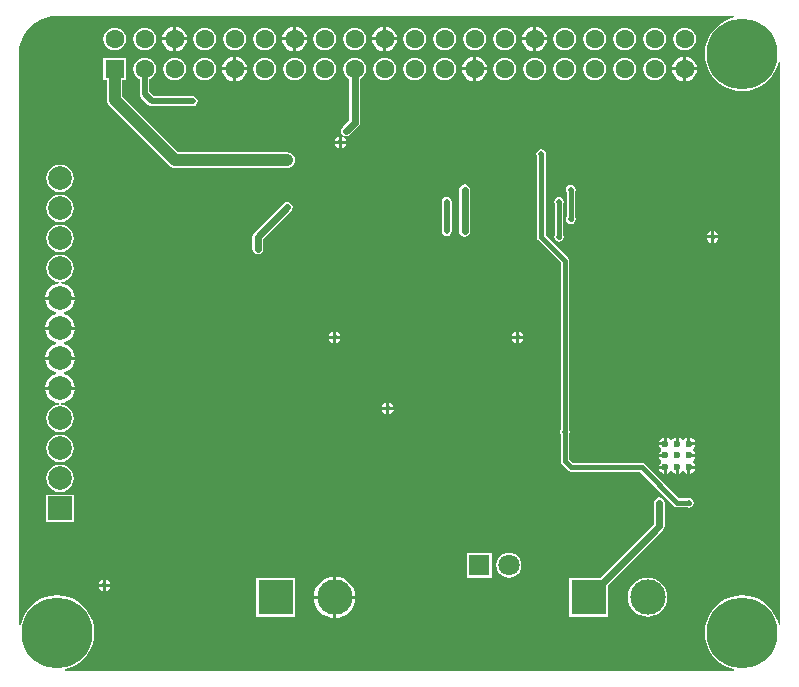
<source format=gbl>
G04*
G04 #@! TF.GenerationSoftware,Altium Limited,CircuitStudio,1.5.2 (30)*
G04*
G04 Layer_Physical_Order=2*
G04 Layer_Color=12500520*
%FSLAX25Y25*%
%MOIN*%
G70*
G01*
G75*
%ADD24C,0.02362*%
%ADD25C,0.01575*%
%ADD28C,0.02000*%
%ADD31C,0.02362*%
%ADD32C,0.11811*%
%ADD33R,0.11811X0.11811*%
%ADD34C,0.07874*%
%ADD35R,0.07874X0.07874*%
%ADD36C,0.23622*%
%ADD37C,0.06299*%
%ADD38R,0.06299X0.06299*%
%ADD39R,0.07087X0.07087*%
%ADD40C,0.07087*%
%ADD41C,0.01969*%
%ADD42C,0.04000*%
G36*
X557603Y787851D02*
X556279Y787533D01*
X554474Y786785D01*
X552808Y785765D01*
X551323Y784496D01*
X550054Y783010D01*
X549033Y781345D01*
X548286Y779540D01*
X547830Y777640D01*
X547677Y775693D01*
X547830Y773745D01*
X548286Y771846D01*
X549033Y770041D01*
X550054Y768375D01*
X551323Y766890D01*
X552808Y765621D01*
X554474Y764600D01*
X556279Y763853D01*
X558179Y763397D01*
X560126Y763243D01*
X562074Y763397D01*
X563973Y763853D01*
X565778Y764600D01*
X567444Y765621D01*
X568929Y766890D01*
X570198Y768375D01*
X571218Y770041D01*
X571966Y771846D01*
X572284Y773170D01*
X572784Y773111D01*
Y585362D01*
X572284Y585302D01*
X571966Y586627D01*
X571218Y588431D01*
X570198Y590097D01*
X568929Y591583D01*
X567444Y592851D01*
X565778Y593872D01*
X563973Y594620D01*
X562074Y595076D01*
X560126Y595229D01*
X558179Y595076D01*
X556279Y594620D01*
X554474Y593872D01*
X552808Y592851D01*
X551323Y591583D01*
X550054Y590097D01*
X549033Y588431D01*
X548286Y586627D01*
X547830Y584727D01*
X547677Y582780D01*
X547830Y580832D01*
X548286Y578932D01*
X549033Y577128D01*
X550054Y575462D01*
X551323Y573977D01*
X552808Y572708D01*
X554474Y571687D01*
X556279Y570939D01*
X557603Y570622D01*
X557544Y570122D01*
X334362D01*
X334302Y570622D01*
X335627Y570939D01*
X337431Y571687D01*
X339097Y572708D01*
X340583Y573977D01*
X341851Y575462D01*
X342872Y577128D01*
X343620Y578932D01*
X344076Y580832D01*
X344229Y582780D01*
X344076Y584727D01*
X343620Y586627D01*
X342872Y588431D01*
X341851Y590097D01*
X340583Y591583D01*
X339097Y592851D01*
X337431Y593872D01*
X335627Y594620D01*
X333727Y595076D01*
X331780Y595229D01*
X329832Y595076D01*
X327933Y594620D01*
X326128Y593872D01*
X324462Y592851D01*
X322976Y591583D01*
X321708Y590097D01*
X320687Y588431D01*
X319939Y586627D01*
X319621Y585302D01*
X319122Y585362D01*
Y775693D01*
X319114Y775731D01*
X319267Y777675D01*
X319731Y779608D01*
X320492Y781444D01*
X321530Y783139D01*
X322821Y784651D01*
X324333Y785942D01*
X326028Y786981D01*
X327865Y787741D01*
X329798Y788205D01*
X331291Y788323D01*
X331780Y788351D01*
Y788351D01*
X331780Y788351D01*
X557544D01*
X557603Y787851D01*
D02*
G37*
%LPC*%
G36*
X332764Y708812D02*
X331579Y708657D01*
X330476Y708199D01*
X329528Y707472D01*
X328801Y706524D01*
X328344Y705421D01*
X328188Y704236D01*
X328344Y703052D01*
X328801Y701948D01*
X329528Y701000D01*
X330476Y700273D01*
X331579Y699816D01*
X332494Y699696D01*
Y699695D01*
X332536Y699215D01*
Y699198D01*
Y699190D01*
Y699186D01*
Y699186D01*
X332494Y699180D01*
X332494D01*
X331475Y699046D01*
X330274Y698549D01*
X329243Y697757D01*
X328451Y696726D01*
X327954Y695525D01*
X327850Y694736D01*
X332764D01*
X337678D01*
X337574Y695525D01*
X337076Y696726D01*
X336285Y697757D01*
X335254Y698549D01*
X334053Y699046D01*
X333033Y699180D01*
X333033D01*
X332992Y699186D01*
Y699186D01*
Y699190D01*
Y699198D01*
Y699215D01*
X333033Y699695D01*
X333033D01*
X333033Y699696D01*
X333948Y699816D01*
X335052Y700273D01*
X336000Y701000D01*
X336727Y701948D01*
X337184Y703052D01*
X337340Y704236D01*
X337184Y705421D01*
X336727Y706524D01*
X336000Y707472D01*
X335052Y708199D01*
X333948Y708657D01*
X332764Y708812D01*
D02*
G37*
G36*
X337678Y693736D02*
X332764D01*
X327850D01*
X327954Y692947D01*
X328451Y691746D01*
X329243Y690715D01*
X330274Y689924D01*
X331280Y689507D01*
Y688966D01*
X330274Y688549D01*
X329243Y687757D01*
X328451Y686726D01*
X327954Y685525D01*
X327850Y684736D01*
X332764D01*
X337678D01*
X337574Y685525D01*
X337076Y686726D01*
X336285Y687757D01*
X335254Y688549D01*
X334247Y688966D01*
Y689507D01*
X335254Y689924D01*
X336285Y690715D01*
X337076Y691746D01*
X337574Y692947D01*
X337678Y693736D01*
D02*
G37*
G36*
X485823Y683128D02*
Y681705D01*
X487247D01*
X487192Y681979D01*
X486753Y682635D01*
X486097Y683074D01*
X485823Y683128D01*
D02*
G37*
G36*
X408551Y726328D02*
X407856Y726190D01*
X407267Y725796D01*
X397425Y715953D01*
X397031Y715364D01*
X396893Y714669D01*
Y710732D01*
X397031Y710037D01*
X397425Y709448D01*
X398014Y709055D01*
X398709Y708916D01*
X399404Y709055D01*
X399993Y709448D01*
X400386Y710037D01*
X400525Y710732D01*
Y713917D01*
X409835Y723228D01*
X410229Y723817D01*
X410367Y724512D01*
X410229Y725207D01*
X409835Y725796D01*
X409246Y726190D01*
X408551Y726328D01*
D02*
G37*
G36*
X552207Y714169D02*
X550783D01*
Y712746D01*
X551058Y712800D01*
X551714Y713239D01*
X552153Y713895D01*
X552207Y714169D01*
D02*
G37*
G36*
X549784D02*
X548360D01*
X548414Y713895D01*
X548853Y713239D01*
X549509Y712800D01*
X549784Y712746D01*
Y714169D01*
D02*
G37*
G36*
X332764Y718812D02*
X331579Y718656D01*
X330476Y718199D01*
X329528Y717472D01*
X328801Y716524D01*
X328344Y715421D01*
X328188Y714236D01*
X328344Y713052D01*
X328801Y711948D01*
X329528Y711000D01*
X330476Y710273D01*
X331579Y709816D01*
X332764Y709660D01*
X333948Y709816D01*
X335052Y710273D01*
X336000Y711000D01*
X336727Y711948D01*
X337184Y713052D01*
X337340Y714236D01*
X337184Y715421D01*
X336727Y716524D01*
X336000Y717472D01*
X335052Y718199D01*
X333948Y718656D01*
X332764Y718812D01*
D02*
G37*
G36*
X484823Y680705D02*
X483399D01*
X483454Y680431D01*
X483892Y679774D01*
X484549Y679336D01*
X484823Y679281D01*
Y680705D01*
D02*
G37*
G36*
X426223D02*
X424799D01*
Y679281D01*
X425073Y679336D01*
X425730Y679774D01*
X426168Y680431D01*
X426223Y680705D01*
D02*
G37*
G36*
X423799D02*
X422376D01*
X422430Y680431D01*
X422869Y679774D01*
X423525Y679336D01*
X423799Y679281D01*
Y680705D01*
D02*
G37*
G36*
X487247D02*
X485823D01*
Y679281D01*
X486097Y679336D01*
X486753Y679774D01*
X487192Y680431D01*
X487247Y680705D01*
D02*
G37*
G36*
X484823Y683128D02*
X484549Y683074D01*
X483892Y682635D01*
X483454Y681979D01*
X483399Y681705D01*
X484823D01*
Y683128D01*
D02*
G37*
G36*
X424799D02*
Y681705D01*
X426223D01*
X426168Y681979D01*
X425730Y682635D01*
X425073Y683074D01*
X424799Y683128D01*
D02*
G37*
G36*
X423799D02*
X423525Y683074D01*
X422869Y682635D01*
X422430Y681979D01*
X422376Y681705D01*
X423799D01*
Y683128D01*
D02*
G37*
G36*
X425768Y745665D02*
X424344D01*
X424399Y745391D01*
X424837Y744735D01*
X425493Y744296D01*
X425768Y744242D01*
Y745665D01*
D02*
G37*
G36*
X354702Y774442D02*
X347203D01*
Y766943D01*
X348330D01*
Y760457D01*
X348330Y760457D01*
X348420Y759778D01*
X348682Y759145D01*
X349098Y758602D01*
X369295Y738406D01*
X369295Y738406D01*
X369838Y737989D01*
X370471Y737727D01*
X371150Y737637D01*
X371150Y737637D01*
X408551D01*
X409230Y737727D01*
X409862Y737989D01*
X410405Y738406D01*
X410822Y738949D01*
X411084Y739581D01*
X411174Y740260D01*
X411084Y740939D01*
X410822Y741571D01*
X410405Y742114D01*
X409862Y742531D01*
X409230Y742793D01*
X408551Y742882D01*
X372236D01*
X353575Y761543D01*
Y766943D01*
X354702D01*
Y774442D01*
D02*
G37*
G36*
X332764Y738812D02*
X331579Y738657D01*
X330476Y738199D01*
X329528Y737472D01*
X328801Y736524D01*
X328344Y735421D01*
X328188Y734236D01*
X328344Y733052D01*
X328801Y731948D01*
X329528Y731000D01*
X330476Y730273D01*
X331579Y729816D01*
X332764Y729660D01*
X333948Y729816D01*
X335052Y730273D01*
X336000Y731000D01*
X336727Y731948D01*
X337184Y733052D01*
X337340Y734236D01*
X337184Y735421D01*
X336727Y736524D01*
X336000Y737472D01*
X335052Y738199D01*
X333948Y738657D01*
X332764Y738812D01*
D02*
G37*
G36*
X428191Y745665D02*
X426768D01*
Y744242D01*
X427042Y744296D01*
X427698Y744735D01*
X428137Y745391D01*
X428191Y745665D01*
D02*
G37*
G36*
X430953Y774475D02*
X429974Y774346D01*
X429062Y773968D01*
X428278Y773367D01*
X427677Y772584D01*
X427300Y771672D01*
X427171Y770693D01*
X427300Y769714D01*
X427677Y768802D01*
X428278Y768019D01*
X429062Y767418D01*
X429137Y767387D01*
Y753571D01*
X426952Y751386D01*
X426558Y750797D01*
X426420Y750102D01*
X426558Y749407D01*
X426952Y748818D01*
X427541Y748425D01*
X428236Y748286D01*
X428931Y748425D01*
X429520Y748818D01*
X432237Y751535D01*
X432630Y752124D01*
X432769Y752819D01*
Y767387D01*
X432844Y767418D01*
X433627Y768019D01*
X434228Y768802D01*
X434606Y769714D01*
X434735Y770693D01*
X434606Y771672D01*
X434228Y772584D01*
X433627Y773367D01*
X432844Y773968D01*
X431932Y774346D01*
X430953Y774475D01*
D02*
G37*
G36*
X426768Y748089D02*
Y746665D01*
X428191D01*
X428137Y746940D01*
X427698Y747596D01*
X427042Y748034D01*
X426768Y748089D01*
D02*
G37*
G36*
X425768D02*
X425493Y748034D01*
X424837Y747596D01*
X424399Y746940D01*
X424344Y746665D01*
X425768D01*
Y748089D01*
D02*
G37*
G36*
X461701Y728112D02*
X461076Y727987D01*
X460547Y727634D01*
X460194Y727105D01*
X460069Y726480D01*
Y716638D01*
X460194Y716013D01*
X460547Y715484D01*
X461076Y715131D01*
X461701Y715006D01*
X462325Y715131D01*
X462854Y715484D01*
X463208Y716013D01*
X463332Y716638D01*
Y726480D01*
X463208Y727105D01*
X462854Y727634D01*
X462325Y727987D01*
X461701Y728112D01*
D02*
G37*
G36*
X467606Y732233D02*
X466911Y732095D01*
X466322Y731701D01*
X465929Y731112D01*
X465790Y730417D01*
Y716638D01*
X465929Y715943D01*
X466322Y715354D01*
X466911Y714960D01*
X467606Y714822D01*
X468301Y714960D01*
X468890Y715354D01*
X469284Y715943D01*
X469422Y716638D01*
Y730417D01*
X469284Y731112D01*
X468890Y731701D01*
X468301Y732095D01*
X467606Y732233D01*
D02*
G37*
G36*
X499102Y728096D02*
X498484Y727973D01*
X497960Y727623D01*
X497610Y727098D01*
X497487Y726480D01*
X497610Y725862D01*
X497688Y725746D01*
Y715404D01*
X497610Y715287D01*
X497487Y714669D01*
X497610Y714051D01*
X497960Y713527D01*
X498484Y713177D01*
X499102Y713054D01*
X499720Y713177D01*
X500245Y713527D01*
X500595Y714051D01*
X500718Y714669D01*
X500595Y715287D01*
X500517Y715404D01*
Y725746D01*
X500595Y725862D01*
X500718Y726480D01*
X500595Y727098D01*
X500245Y727623D01*
X499720Y727973D01*
X499102Y728096D01*
D02*
G37*
G36*
X549784Y716593D02*
X549509Y716538D01*
X548853Y716100D01*
X548414Y715444D01*
X548360Y715169D01*
X549784D01*
Y716593D01*
D02*
G37*
G36*
X332764Y728812D02*
X331579Y728656D01*
X330476Y728199D01*
X329528Y727472D01*
X328801Y726524D01*
X328344Y725421D01*
X328188Y724236D01*
X328344Y723052D01*
X328801Y721948D01*
X329528Y721000D01*
X330476Y720273D01*
X331579Y719816D01*
X332764Y719660D01*
X333948Y719816D01*
X335052Y720273D01*
X336000Y721000D01*
X336727Y721948D01*
X337184Y723052D01*
X337340Y724236D01*
X337184Y725421D01*
X336727Y726524D01*
X336000Y727472D01*
X335052Y728199D01*
X333948Y728656D01*
X332764Y728812D01*
D02*
G37*
G36*
X503039Y732033D02*
X502421Y731910D01*
X501897Y731560D01*
X501547Y731036D01*
X501424Y730417D01*
X501547Y729799D01*
X501625Y729683D01*
Y721309D01*
X501547Y721193D01*
X501424Y720575D01*
X501547Y719957D01*
X501897Y719433D01*
X502421Y719082D01*
X503039Y718960D01*
X503657Y719082D01*
X504181Y719433D01*
X504532Y719957D01*
X504655Y720575D01*
X504532Y721193D01*
X504454Y721309D01*
Y729683D01*
X504532Y729799D01*
X504655Y730417D01*
X504532Y731036D01*
X504181Y731560D01*
X503657Y731910D01*
X503039Y732033D01*
D02*
G37*
G36*
X550783Y716593D02*
Y715169D01*
X552207D01*
X552153Y715444D01*
X551714Y716100D01*
X551058Y716538D01*
X550783Y716593D01*
D02*
G37*
G36*
X337678Y683736D02*
X332764D01*
X327850D01*
X327954Y682947D01*
X328451Y681746D01*
X329243Y680715D01*
X330274Y679924D01*
X331280Y679507D01*
Y678966D01*
X330274Y678549D01*
X329243Y677757D01*
X328451Y676726D01*
X327954Y675525D01*
X327850Y674736D01*
X332764D01*
X337678D01*
X337574Y675525D01*
X337076Y676726D01*
X336285Y677757D01*
X335254Y678549D01*
X334247Y678966D01*
Y679507D01*
X335254Y679924D01*
X336285Y680715D01*
X337076Y681746D01*
X337574Y682947D01*
X337678Y683736D01*
D02*
G37*
G36*
X347028Y600451D02*
X346753Y600397D01*
X346097Y599958D01*
X345658Y599302D01*
X345604Y599028D01*
X347028D01*
Y600451D01*
D02*
G37*
G36*
X349451Y598028D02*
X348028D01*
Y596604D01*
X348302Y596658D01*
X348958Y597097D01*
X349397Y597753D01*
X349451Y598028D01*
D02*
G37*
G36*
X347028D02*
X345604D01*
X345658Y597753D01*
X346097Y597097D01*
X346753Y596658D01*
X347028Y596604D01*
Y598028D01*
D02*
G37*
G36*
X348028Y600451D02*
Y599028D01*
X349451D01*
X349397Y599302D01*
X348958Y599958D01*
X348302Y600397D01*
X348028Y600451D01*
D02*
G37*
G36*
X337301Y628773D02*
X328227D01*
Y619699D01*
X337301D01*
Y628773D01*
D02*
G37*
G36*
X476671Y609364D02*
X468384D01*
Y601077D01*
X476671D01*
Y609364D01*
D02*
G37*
G36*
X482370Y609400D02*
X481288Y609257D01*
X480281Y608840D01*
X479415Y608176D01*
X478751Y607310D01*
X478333Y606302D01*
X478191Y605221D01*
X478333Y604139D01*
X478751Y603131D01*
X479415Y602265D01*
X480281Y601601D01*
X481288Y601184D01*
X482370Y601041D01*
X483452Y601184D01*
X484460Y601601D01*
X485325Y602265D01*
X485989Y603131D01*
X486407Y604139D01*
X486549Y605221D01*
X486407Y606302D01*
X485989Y607310D01*
X485325Y608176D01*
X484460Y608840D01*
X483452Y609257D01*
X482370Y609400D01*
D02*
G37*
G36*
X528630Y601127D02*
X527355Y601002D01*
X526128Y600630D01*
X524998Y600026D01*
X524008Y599213D01*
X523195Y598222D01*
X522590Y597092D01*
X522219Y595866D01*
X522093Y594591D01*
X522219Y593315D01*
X522590Y592089D01*
X523195Y590959D01*
X524008Y589968D01*
X524998Y589155D01*
X526128Y588551D01*
X527355Y588179D01*
X528630Y588054D01*
X529905Y588179D01*
X531132Y588551D01*
X532262Y589155D01*
X533252Y589968D01*
X534065Y590959D01*
X534669Y592089D01*
X535041Y593315D01*
X535167Y594591D01*
X535041Y595866D01*
X534669Y597092D01*
X534065Y598222D01*
X533252Y599213D01*
X532262Y600026D01*
X531132Y600630D01*
X529905Y601002D01*
X528630Y601127D01*
D02*
G37*
G36*
X431189Y594091D02*
X424799D01*
Y587701D01*
X425653Y587785D01*
X426955Y588180D01*
X428154Y588821D01*
X429206Y589684D01*
X430069Y590735D01*
X430710Y591935D01*
X431105Y593237D01*
X431189Y594091D01*
D02*
G37*
G36*
X423799D02*
X417410D01*
X417494Y593237D01*
X417888Y591935D01*
X418530Y590735D01*
X419393Y589684D01*
X420444Y588821D01*
X421644Y588180D01*
X422945Y587785D01*
X423799Y587701D01*
Y594091D01*
D02*
G37*
G36*
X411120Y601096D02*
X398109D01*
Y588085D01*
X411120D01*
Y601096D01*
D02*
G37*
G36*
X424799Y601480D02*
Y595090D01*
X431189D01*
X431105Y595944D01*
X430710Y597246D01*
X430069Y598446D01*
X429206Y599497D01*
X428154Y600360D01*
X426955Y601001D01*
X425653Y601396D01*
X424799Y601480D01*
D02*
G37*
G36*
X423799D02*
X422945Y601396D01*
X421644Y601001D01*
X420444Y600360D01*
X419393Y599497D01*
X418530Y598446D01*
X417888Y597246D01*
X417494Y595944D01*
X417410Y595090D01*
X423799D01*
Y601480D01*
D02*
G37*
G36*
X532567Y627903D02*
X531872Y627764D01*
X531283Y627371D01*
X530889Y626782D01*
X530751Y626087D01*
Y618965D01*
X512882Y601096D01*
X502439D01*
Y588085D01*
X515450D01*
Y598528D01*
X533851Y616928D01*
X534245Y617518D01*
X534383Y618213D01*
Y626087D01*
X534245Y626782D01*
X533851Y627371D01*
X533262Y627764D01*
X532567Y627903D01*
D02*
G37*
G36*
X443939Y657083D02*
X442516D01*
Y655659D01*
X442790Y655714D01*
X443446Y656152D01*
X443885Y656809D01*
X443939Y657083D01*
D02*
G37*
G36*
X441516D02*
X440092D01*
X440147Y656809D01*
X440585Y656152D01*
X441242Y655714D01*
X441516Y655659D01*
Y657083D01*
D02*
G37*
G36*
X541910Y647896D02*
X541558Y647826D01*
X540837Y647344D01*
X540691Y647126D01*
X540191D01*
X540045Y647344D01*
X539324Y647826D01*
X538972Y647896D01*
Y645772D01*
X537972D01*
Y647896D01*
X537621Y647826D01*
X536900Y647344D01*
X536754Y647126D01*
X536254D01*
X536108Y647344D01*
X535386Y647826D01*
X535035Y647896D01*
Y645772D01*
X534535D01*
Y645272D01*
X532411D01*
X532481Y644921D01*
X532963Y644199D01*
X533181Y644053D01*
Y643553D01*
X532963Y643407D01*
X532481Y642686D01*
X532411Y642335D01*
X534535D01*
Y641335D01*
X532411D01*
X532481Y640984D01*
X532963Y640262D01*
X533181Y640116D01*
Y639616D01*
X532963Y639470D01*
X532481Y638749D01*
X532411Y638398D01*
X534535D01*
Y637898D01*
X535035D01*
Y635773D01*
X535386Y635843D01*
X536108Y636325D01*
X536254Y636544D01*
X536754D01*
X536900Y636325D01*
X537621Y635843D01*
X537972Y635773D01*
Y637898D01*
X538972D01*
Y635773D01*
X539324Y635843D01*
X540045Y636325D01*
X540191Y636544D01*
X540691D01*
X540837Y636325D01*
X541558Y635843D01*
X541910Y635773D01*
Y637898D01*
X542410D01*
Y638398D01*
X544534D01*
X544464Y638749D01*
X543982Y639470D01*
X543763Y639616D01*
Y640116D01*
X543982Y640262D01*
X544464Y640984D01*
X544534Y641335D01*
X542410D01*
Y642335D01*
X544534D01*
X544464Y642686D01*
X543982Y643407D01*
X543763Y643553D01*
Y644053D01*
X543982Y644199D01*
X544464Y644921D01*
X544534Y645272D01*
X542410D01*
Y645772D01*
X541910D01*
Y647896D01*
D02*
G37*
G36*
X441516Y659506D02*
X441242Y659452D01*
X440585Y659013D01*
X440147Y658357D01*
X440092Y658083D01*
X441516D01*
Y659506D01*
D02*
G37*
G36*
X337678Y673736D02*
X332764D01*
X327850D01*
X327954Y672947D01*
X328451Y671746D01*
X329243Y670715D01*
X330274Y669924D01*
X331280Y669507D01*
Y668966D01*
X330274Y668549D01*
X329243Y667757D01*
X328451Y666726D01*
X327954Y665525D01*
X327850Y664736D01*
X332764D01*
X337678D01*
X337574Y665525D01*
X337076Y666726D01*
X336285Y667757D01*
X335254Y668549D01*
X334247Y668966D01*
Y669507D01*
X335254Y669924D01*
X336285Y670715D01*
X337076Y671746D01*
X337574Y672947D01*
X337678Y673736D01*
D02*
G37*
G36*
Y663736D02*
X332764D01*
X327850D01*
X327954Y662947D01*
X328451Y661746D01*
X329243Y660715D01*
X330274Y659924D01*
X331475Y659426D01*
X332494Y659292D01*
Y659292D01*
X332536Y658811D01*
Y658795D01*
Y658787D01*
Y658783D01*
Y658782D01*
X332494Y658777D01*
X332494D01*
X331579Y658657D01*
X330476Y658199D01*
X329528Y657472D01*
X328801Y656524D01*
X328344Y655421D01*
X328188Y654236D01*
X328344Y653052D01*
X328801Y651948D01*
X329528Y651000D01*
X330476Y650273D01*
X331579Y649816D01*
X332764Y649660D01*
X333948Y649816D01*
X335052Y650273D01*
X336000Y651000D01*
X336727Y651948D01*
X337184Y653052D01*
X337340Y654236D01*
X337184Y655421D01*
X336727Y656524D01*
X336000Y657472D01*
X335052Y658199D01*
X333948Y658657D01*
X333033Y658777D01*
X333033D01*
X332992Y658782D01*
Y658783D01*
Y658787D01*
Y658795D01*
Y658811D01*
X333033Y659292D01*
X333033D01*
X333033Y659292D01*
X334053Y659426D01*
X335254Y659924D01*
X336285Y660715D01*
X337076Y661746D01*
X337574Y662947D01*
X337678Y663736D01*
D02*
G37*
G36*
X442516Y659506D02*
Y658083D01*
X443939D01*
X443885Y658357D01*
X443446Y659013D01*
X442790Y659452D01*
X442516Y659506D01*
D02*
G37*
G36*
X534035Y637398D02*
X532411D01*
X532481Y637047D01*
X532963Y636325D01*
X533684Y635843D01*
X534035Y635773D01*
Y637398D01*
D02*
G37*
G36*
X332764Y638812D02*
X331579Y638657D01*
X330476Y638199D01*
X329528Y637472D01*
X328801Y636524D01*
X328344Y635421D01*
X328188Y634236D01*
X328344Y633052D01*
X328801Y631948D01*
X329528Y631000D01*
X330476Y630273D01*
X331579Y629816D01*
X332764Y629660D01*
X333948Y629816D01*
X335052Y630273D01*
X336000Y631000D01*
X336727Y631948D01*
X337184Y633052D01*
X337340Y634236D01*
X337184Y635421D01*
X336727Y636524D01*
X336000Y637472D01*
X335052Y638199D01*
X333948Y638657D01*
X332764Y638812D01*
D02*
G37*
G36*
X493197Y743844D02*
X492579Y743721D01*
X492055Y743370D01*
X491705Y742846D01*
X491582Y742228D01*
X491705Y741610D01*
X491782Y741494D01*
Y714669D01*
X491890Y714128D01*
X492197Y713669D01*
X499656Y706209D01*
Y650443D01*
X499579Y650327D01*
X499456Y649709D01*
X499579Y649090D01*
X499656Y648974D01*
Y639866D01*
X499764Y639325D01*
X500071Y638866D01*
X502039Y636897D01*
X502498Y636591D01*
X503039Y636483D01*
X526076D01*
X537472Y625086D01*
X537931Y624780D01*
X538472Y624672D01*
X541675D01*
X541791Y624594D01*
X542410Y624471D01*
X543028Y624594D01*
X543552Y624944D01*
X543902Y625468D01*
X544025Y626087D01*
X543902Y626705D01*
X543552Y627229D01*
X543028Y627579D01*
X542410Y627702D01*
X541791Y627579D01*
X541675Y627501D01*
X539058D01*
X527662Y638898D01*
X527203Y639205D01*
X526661Y639312D01*
X503625D01*
X502486Y640452D01*
Y648974D01*
X502563Y649090D01*
X502686Y649709D01*
X502563Y650327D01*
X502486Y650443D01*
Y706795D01*
X502378Y707337D01*
X502071Y707795D01*
X494611Y715255D01*
Y741494D01*
X494689Y741610D01*
X494812Y742228D01*
X494689Y742846D01*
X494339Y743370D01*
X493815Y743721D01*
X493197Y743844D01*
D02*
G37*
G36*
X544534Y637398D02*
X542909D01*
Y635773D01*
X543260Y635843D01*
X543982Y636325D01*
X544464Y637047D01*
X544534Y637398D01*
D02*
G37*
G36*
X542909Y647896D02*
Y646272D01*
X544534D01*
X544464Y646623D01*
X543982Y647344D01*
X543260Y647826D01*
X542909Y647896D01*
D02*
G37*
G36*
X534035D02*
X533684Y647826D01*
X532963Y647344D01*
X532481Y646623D01*
X532411Y646272D01*
X534035D01*
Y647896D01*
D02*
G37*
G36*
X332764Y648812D02*
X331579Y648657D01*
X330476Y648199D01*
X329528Y647472D01*
X328801Y646524D01*
X328344Y645421D01*
X328188Y644236D01*
X328344Y643052D01*
X328801Y641948D01*
X329528Y641000D01*
X330476Y640273D01*
X331579Y639816D01*
X332764Y639660D01*
X333948Y639816D01*
X335052Y640273D01*
X336000Y641000D01*
X336727Y641948D01*
X337184Y643052D01*
X337340Y644236D01*
X337184Y645421D01*
X336727Y646524D01*
X336000Y647472D01*
X335052Y648199D01*
X333948Y648657D01*
X332764Y648812D01*
D02*
G37*
G36*
X360953Y774475D02*
X359974Y774346D01*
X359062Y773968D01*
X358278Y773367D01*
X357678Y772584D01*
X357300Y771672D01*
X357171Y770693D01*
X357300Y769714D01*
X357678Y768802D01*
X358278Y768019D01*
X359062Y767418D01*
X359321Y767310D01*
Y762268D01*
X359446Y761643D01*
X359799Y761114D01*
X362122Y758791D01*
X362651Y758438D01*
X363276Y758314D01*
X377055D01*
X377679Y758438D01*
X378209Y758791D01*
X378562Y759321D01*
X378686Y759945D01*
X378562Y760569D01*
X378209Y761098D01*
X377679Y761452D01*
X377055Y761576D01*
X363951D01*
X362584Y762943D01*
Y767310D01*
X362844Y767418D01*
X363627Y768019D01*
X364228Y768802D01*
X364606Y769714D01*
X364735Y770693D01*
X364606Y771672D01*
X364228Y772584D01*
X363627Y773367D01*
X362844Y773968D01*
X361932Y774346D01*
X360953Y774475D01*
D02*
G37*
G36*
X400953Y784475D02*
X399974Y784346D01*
X399062Y783968D01*
X398278Y783367D01*
X397677Y782584D01*
X397300Y781672D01*
X397171Y780693D01*
X397300Y779714D01*
X397677Y778802D01*
X398278Y778019D01*
X399062Y777418D01*
X399974Y777040D01*
X400953Y776911D01*
X401932Y777040D01*
X402844Y777418D01*
X403627Y778019D01*
X404228Y778802D01*
X404606Y779714D01*
X404735Y780693D01*
X404606Y781672D01*
X404228Y782584D01*
X403627Y783367D01*
X402844Y783968D01*
X401932Y784346D01*
X400953Y784475D01*
D02*
G37*
G36*
X390953D02*
X389974Y784346D01*
X389062Y783968D01*
X388279Y783367D01*
X387678Y782584D01*
X387300Y781672D01*
X387171Y780693D01*
X387300Y779714D01*
X387678Y778802D01*
X388279Y778019D01*
X389062Y777418D01*
X389974Y777040D01*
X390953Y776911D01*
X391932Y777040D01*
X392844Y777418D01*
X393627Y778019D01*
X394228Y778802D01*
X394606Y779714D01*
X394735Y780693D01*
X394606Y781672D01*
X394228Y782584D01*
X393627Y783367D01*
X392844Y783968D01*
X391932Y784346D01*
X390953Y784475D01*
D02*
G37*
G36*
X380953D02*
X379974Y784346D01*
X379062Y783968D01*
X378278Y783367D01*
X377677Y782584D01*
X377300Y781672D01*
X377171Y780693D01*
X377300Y779714D01*
X377677Y778802D01*
X378278Y778019D01*
X379062Y777418D01*
X379974Y777040D01*
X380953Y776911D01*
X381932Y777040D01*
X382844Y777418D01*
X383627Y778019D01*
X384228Y778802D01*
X384606Y779714D01*
X384735Y780693D01*
X384606Y781672D01*
X384228Y782584D01*
X383627Y783367D01*
X382844Y783968D01*
X381932Y784346D01*
X380953Y784475D01*
D02*
G37*
G36*
X420953D02*
X419974Y784346D01*
X419062Y783968D01*
X418279Y783367D01*
X417677Y782584D01*
X417300Y781672D01*
X417171Y780693D01*
X417300Y779714D01*
X417677Y778802D01*
X418279Y778019D01*
X419062Y777418D01*
X419974Y777040D01*
X420953Y776911D01*
X421932Y777040D01*
X422844Y777418D01*
X423627Y778019D01*
X424228Y778802D01*
X424606Y779714D01*
X424735Y780693D01*
X424606Y781672D01*
X424228Y782584D01*
X423627Y783367D01*
X422844Y783968D01*
X421932Y784346D01*
X420953Y784475D01*
D02*
G37*
G36*
X460953D02*
X459974Y784346D01*
X459062Y783968D01*
X458279Y783367D01*
X457678Y782584D01*
X457300Y781672D01*
X457171Y780693D01*
X457300Y779714D01*
X457678Y778802D01*
X458279Y778019D01*
X459062Y777418D01*
X459974Y777040D01*
X460953Y776911D01*
X461932Y777040D01*
X462844Y777418D01*
X463627Y778019D01*
X464228Y778802D01*
X464606Y779714D01*
X464735Y780693D01*
X464606Y781672D01*
X464228Y782584D01*
X463627Y783367D01*
X462844Y783968D01*
X461932Y784346D01*
X460953Y784475D01*
D02*
G37*
G36*
X450953D02*
X449974Y784346D01*
X449062Y783968D01*
X448279Y783367D01*
X447678Y782584D01*
X447300Y781672D01*
X447171Y780693D01*
X447300Y779714D01*
X447678Y778802D01*
X448279Y778019D01*
X449062Y777418D01*
X449974Y777040D01*
X450953Y776911D01*
X451932Y777040D01*
X452844Y777418D01*
X453627Y778019D01*
X454228Y778802D01*
X454606Y779714D01*
X454735Y780693D01*
X454606Y781672D01*
X454228Y782584D01*
X453627Y783367D01*
X452844Y783968D01*
X451932Y784346D01*
X450953Y784475D01*
D02*
G37*
G36*
X430953D02*
X429974Y784346D01*
X429062Y783968D01*
X428278Y783367D01*
X427677Y782584D01*
X427300Y781672D01*
X427171Y780693D01*
X427300Y779714D01*
X427677Y778802D01*
X428278Y778019D01*
X429062Y777418D01*
X429974Y777040D01*
X430953Y776911D01*
X431932Y777040D01*
X432844Y777418D01*
X433627Y778019D01*
X434228Y778802D01*
X434606Y779714D01*
X434735Y780693D01*
X434606Y781672D01*
X434228Y782584D01*
X433627Y783367D01*
X432844Y783968D01*
X431932Y784346D01*
X430953Y784475D01*
D02*
G37*
G36*
X445072Y780193D02*
X441453D01*
Y776573D01*
X442036Y776650D01*
X443046Y777068D01*
X443912Y777733D01*
X444577Y778600D01*
X444996Y779610D01*
X445072Y780193D01*
D02*
G37*
G36*
X440453D02*
X436833D01*
X436910Y779610D01*
X437328Y778600D01*
X437993Y777733D01*
X438860Y777068D01*
X439869Y776650D01*
X440453Y776573D01*
Y780193D01*
D02*
G37*
G36*
X415072D02*
X411453D01*
Y776573D01*
X412036Y776650D01*
X413046Y777068D01*
X413912Y777733D01*
X414577Y778600D01*
X414996Y779610D01*
X415072Y780193D01*
D02*
G37*
G36*
X490453D02*
X486833D01*
X486910Y779610D01*
X487328Y778600D01*
X487993Y777733D01*
X488860Y777068D01*
X489869Y776650D01*
X490453Y776573D01*
Y780193D01*
D02*
G37*
G36*
X360953Y784475D02*
X359974Y784346D01*
X359062Y783968D01*
X358278Y783367D01*
X357678Y782584D01*
X357300Y781672D01*
X357171Y780693D01*
X357300Y779714D01*
X357678Y778802D01*
X358278Y778019D01*
X359062Y777418D01*
X359974Y777040D01*
X360953Y776911D01*
X361932Y777040D01*
X362844Y777418D01*
X363627Y778019D01*
X364228Y778802D01*
X364606Y779714D01*
X364735Y780693D01*
X364606Y781672D01*
X364228Y782584D01*
X363627Y783367D01*
X362844Y783968D01*
X361932Y784346D01*
X360953Y784475D01*
D02*
G37*
G36*
X350953D02*
X349974Y784346D01*
X349062Y783968D01*
X348278Y783367D01*
X347677Y782584D01*
X347300Y781672D01*
X347171Y780693D01*
X347300Y779714D01*
X347677Y778802D01*
X348278Y778019D01*
X349062Y777418D01*
X349974Y777040D01*
X350953Y776911D01*
X351932Y777040D01*
X352844Y777418D01*
X353627Y778019D01*
X354228Y778802D01*
X354606Y779714D01*
X354735Y780693D01*
X354606Y781672D01*
X354228Y782584D01*
X353627Y783367D01*
X352844Y783968D01*
X351932Y784346D01*
X350953Y784475D01*
D02*
G37*
G36*
X495072Y780193D02*
X491453D01*
Y776573D01*
X492036Y776650D01*
X493046Y777068D01*
X493912Y777733D01*
X494577Y778600D01*
X494996Y779610D01*
X495072Y780193D01*
D02*
G37*
G36*
X470953Y784475D02*
X469974Y784346D01*
X469062Y783968D01*
X468279Y783367D01*
X467677Y782584D01*
X467300Y781672D01*
X467171Y780693D01*
X467300Y779714D01*
X467677Y778802D01*
X468279Y778019D01*
X469062Y777418D01*
X469974Y777040D01*
X470953Y776911D01*
X471932Y777040D01*
X472844Y777418D01*
X473627Y778019D01*
X474228Y778802D01*
X474606Y779714D01*
X474735Y780693D01*
X474606Y781672D01*
X474228Y782584D01*
X473627Y783367D01*
X472844Y783968D01*
X471932Y784346D01*
X470953Y784475D01*
D02*
G37*
G36*
X411453Y784812D02*
Y781193D01*
X415072D01*
X414996Y781776D01*
X414577Y782786D01*
X413912Y783652D01*
X413046Y784318D01*
X412036Y784736D01*
X411453Y784812D01*
D02*
G37*
G36*
X410453D02*
X409869Y784736D01*
X408860Y784318D01*
X407993Y783652D01*
X407328Y782786D01*
X406910Y781776D01*
X406833Y781193D01*
X410453D01*
Y784812D01*
D02*
G37*
G36*
X371453D02*
Y781193D01*
X375072D01*
X374996Y781776D01*
X374577Y782786D01*
X373912Y783652D01*
X373045Y784318D01*
X372036Y784736D01*
X371453Y784812D01*
D02*
G37*
G36*
X440453D02*
X439869Y784736D01*
X438860Y784318D01*
X437993Y783652D01*
X437328Y782786D01*
X436910Y781776D01*
X436833Y781193D01*
X440453D01*
Y784812D01*
D02*
G37*
G36*
X491453D02*
Y781193D01*
X495072D01*
X494996Y781776D01*
X494577Y782786D01*
X493912Y783652D01*
X493046Y784318D01*
X492036Y784736D01*
X491453Y784812D01*
D02*
G37*
G36*
X490453D02*
X489869Y784736D01*
X488860Y784318D01*
X487993Y783652D01*
X487328Y782786D01*
X486910Y781776D01*
X486833Y781193D01*
X490453D01*
Y784812D01*
D02*
G37*
G36*
X441453D02*
Y781193D01*
X445072D01*
X444996Y781776D01*
X444577Y782786D01*
X443912Y783652D01*
X443046Y784318D01*
X442036Y784736D01*
X441453Y784812D01*
D02*
G37*
G36*
X510953Y784475D02*
X509974Y784346D01*
X509062Y783968D01*
X508279Y783367D01*
X507678Y782584D01*
X507300Y781672D01*
X507171Y780693D01*
X507300Y779714D01*
X507678Y778802D01*
X508279Y778019D01*
X509062Y777418D01*
X509974Y777040D01*
X510953Y776911D01*
X511932Y777040D01*
X512844Y777418D01*
X513627Y778019D01*
X514228Y778802D01*
X514606Y779714D01*
X514735Y780693D01*
X514606Y781672D01*
X514228Y782584D01*
X513627Y783367D01*
X512844Y783968D01*
X511932Y784346D01*
X510953Y784475D01*
D02*
G37*
G36*
X500953D02*
X499974Y784346D01*
X499062Y783968D01*
X498279Y783367D01*
X497678Y782584D01*
X497300Y781672D01*
X497171Y780693D01*
X497300Y779714D01*
X497678Y778802D01*
X498279Y778019D01*
X499062Y777418D01*
X499974Y777040D01*
X500953Y776911D01*
X501932Y777040D01*
X502844Y777418D01*
X503627Y778019D01*
X504228Y778802D01*
X504606Y779714D01*
X504735Y780693D01*
X504606Y781672D01*
X504228Y782584D01*
X503627Y783367D01*
X502844Y783968D01*
X501932Y784346D01*
X500953Y784475D01*
D02*
G37*
G36*
X480953D02*
X479974Y784346D01*
X479062Y783968D01*
X478278Y783367D01*
X477677Y782584D01*
X477300Y781672D01*
X477171Y780693D01*
X477300Y779714D01*
X477677Y778802D01*
X478278Y778019D01*
X479062Y777418D01*
X479974Y777040D01*
X480953Y776911D01*
X481932Y777040D01*
X482844Y777418D01*
X483627Y778019D01*
X484228Y778802D01*
X484606Y779714D01*
X484735Y780693D01*
X484606Y781672D01*
X484228Y782584D01*
X483627Y783367D01*
X482844Y783968D01*
X481932Y784346D01*
X480953Y784475D01*
D02*
G37*
G36*
X520953D02*
X519974Y784346D01*
X519062Y783968D01*
X518279Y783367D01*
X517677Y782584D01*
X517300Y781672D01*
X517171Y780693D01*
X517300Y779714D01*
X517677Y778802D01*
X518279Y778019D01*
X519062Y777418D01*
X519974Y777040D01*
X520953Y776911D01*
X521932Y777040D01*
X522844Y777418D01*
X523627Y778019D01*
X524228Y778802D01*
X524606Y779714D01*
X524735Y780693D01*
X524606Y781672D01*
X524228Y782584D01*
X523627Y783367D01*
X522844Y783968D01*
X521932Y784346D01*
X520953Y784475D01*
D02*
G37*
G36*
X370453Y784812D02*
X369869Y784736D01*
X368860Y784318D01*
X367993Y783652D01*
X367328Y782786D01*
X366910Y781776D01*
X366833Y781193D01*
X370453D01*
Y784812D01*
D02*
G37*
G36*
X540953Y784475D02*
X539974Y784346D01*
X539062Y783968D01*
X538278Y783367D01*
X537677Y782584D01*
X537300Y781672D01*
X537171Y780693D01*
X537300Y779714D01*
X537677Y778802D01*
X538278Y778019D01*
X539062Y777418D01*
X539974Y777040D01*
X540953Y776911D01*
X541932Y777040D01*
X542844Y777418D01*
X543627Y778019D01*
X544228Y778802D01*
X544606Y779714D01*
X544735Y780693D01*
X544606Y781672D01*
X544228Y782584D01*
X543627Y783367D01*
X542844Y783968D01*
X541932Y784346D01*
X540953Y784475D01*
D02*
G37*
G36*
X530953D02*
X529974Y784346D01*
X529062Y783968D01*
X528278Y783367D01*
X527677Y782584D01*
X527300Y781672D01*
X527171Y780693D01*
X527300Y779714D01*
X527677Y778802D01*
X528278Y778019D01*
X529062Y777418D01*
X529974Y777040D01*
X530953Y776911D01*
X531932Y777040D01*
X532844Y777418D01*
X533627Y778019D01*
X534228Y778802D01*
X534606Y779714D01*
X534735Y780693D01*
X534606Y781672D01*
X534228Y782584D01*
X533627Y783367D01*
X532844Y783968D01*
X531932Y784346D01*
X530953Y784475D01*
D02*
G37*
G36*
X410953Y774475D02*
X409974Y774346D01*
X409062Y773968D01*
X408279Y773367D01*
X407678Y772584D01*
X407300Y771672D01*
X407171Y770693D01*
X407300Y769714D01*
X407678Y768802D01*
X408279Y768019D01*
X409062Y767418D01*
X409974Y767040D01*
X410953Y766911D01*
X411932Y767040D01*
X412844Y767418D01*
X413627Y768019D01*
X414228Y768802D01*
X414606Y769714D01*
X414735Y770693D01*
X414606Y771672D01*
X414228Y772584D01*
X413627Y773367D01*
X412844Y773968D01*
X411932Y774346D01*
X410953Y774475D01*
D02*
G37*
G36*
X400953D02*
X399974Y774346D01*
X399062Y773968D01*
X398278Y773367D01*
X397677Y772584D01*
X397300Y771672D01*
X397171Y770693D01*
X397300Y769714D01*
X397677Y768802D01*
X398278Y768019D01*
X399062Y767418D01*
X399974Y767040D01*
X400953Y766911D01*
X401932Y767040D01*
X402844Y767418D01*
X403627Y768019D01*
X404228Y768802D01*
X404606Y769714D01*
X404735Y770693D01*
X404606Y771672D01*
X404228Y772584D01*
X403627Y773367D01*
X402844Y773968D01*
X401932Y774346D01*
X400953Y774475D01*
D02*
G37*
G36*
X380953D02*
X379974Y774346D01*
X379062Y773968D01*
X378278Y773367D01*
X377677Y772584D01*
X377300Y771672D01*
X377171Y770693D01*
X377300Y769714D01*
X377677Y768802D01*
X378278Y768019D01*
X379062Y767418D01*
X379974Y767040D01*
X380953Y766911D01*
X381932Y767040D01*
X382844Y767418D01*
X383627Y768019D01*
X384228Y768802D01*
X384606Y769714D01*
X384735Y770693D01*
X384606Y771672D01*
X384228Y772584D01*
X383627Y773367D01*
X382844Y773968D01*
X381932Y774346D01*
X380953Y774475D01*
D02*
G37*
G36*
X420953D02*
X419974Y774346D01*
X419062Y773968D01*
X418279Y773367D01*
X417677Y772584D01*
X417300Y771672D01*
X417171Y770693D01*
X417300Y769714D01*
X417677Y768802D01*
X418279Y768019D01*
X419062Y767418D01*
X419974Y767040D01*
X420953Y766911D01*
X421932Y767040D01*
X422844Y767418D01*
X423627Y768019D01*
X424228Y768802D01*
X424606Y769714D01*
X424735Y770693D01*
X424606Y771672D01*
X424228Y772584D01*
X423627Y773367D01*
X422844Y773968D01*
X421932Y774346D01*
X420953Y774475D01*
D02*
G37*
G36*
X460953D02*
X459974Y774346D01*
X459062Y773968D01*
X458279Y773367D01*
X457678Y772584D01*
X457300Y771672D01*
X457171Y770693D01*
X457300Y769714D01*
X457678Y768802D01*
X458279Y768019D01*
X459062Y767418D01*
X459974Y767040D01*
X460953Y766911D01*
X461932Y767040D01*
X462844Y767418D01*
X463627Y768019D01*
X464228Y768802D01*
X464606Y769714D01*
X464735Y770693D01*
X464606Y771672D01*
X464228Y772584D01*
X463627Y773367D01*
X462844Y773968D01*
X461932Y774346D01*
X460953Y774475D01*
D02*
G37*
G36*
X450953D02*
X449974Y774346D01*
X449062Y773968D01*
X448279Y773367D01*
X447678Y772584D01*
X447300Y771672D01*
X447171Y770693D01*
X447300Y769714D01*
X447678Y768802D01*
X448279Y768019D01*
X449062Y767418D01*
X449974Y767040D01*
X450953Y766911D01*
X451932Y767040D01*
X452844Y767418D01*
X453627Y768019D01*
X454228Y768802D01*
X454606Y769714D01*
X454735Y770693D01*
X454606Y771672D01*
X454228Y772584D01*
X453627Y773367D01*
X452844Y773968D01*
X451932Y774346D01*
X450953Y774475D01*
D02*
G37*
G36*
X440953D02*
X439974Y774346D01*
X439062Y773968D01*
X438278Y773367D01*
X437677Y772584D01*
X437300Y771672D01*
X437171Y770693D01*
X437300Y769714D01*
X437677Y768802D01*
X438278Y768019D01*
X439062Y767418D01*
X439974Y767040D01*
X440953Y766911D01*
X441932Y767040D01*
X442844Y767418D01*
X443627Y768019D01*
X444228Y768802D01*
X444606Y769714D01*
X444735Y770693D01*
X444606Y771672D01*
X444228Y772584D01*
X443627Y773367D01*
X442844Y773968D01*
X441932Y774346D01*
X440953Y774475D01*
D02*
G37*
G36*
X470453Y770193D02*
X466833D01*
X466910Y769610D01*
X467328Y768600D01*
X467993Y767733D01*
X468860Y767068D01*
X469870Y766650D01*
X470453Y766573D01*
Y770193D01*
D02*
G37*
G36*
X395072D02*
X391453D01*
Y766573D01*
X392036Y766650D01*
X393045Y767068D01*
X393912Y767733D01*
X394577Y768600D01*
X394996Y769610D01*
X395072Y770193D01*
D02*
G37*
G36*
X390453D02*
X386833D01*
X386910Y769610D01*
X387328Y768600D01*
X387993Y767733D01*
X388860Y767068D01*
X389869Y766650D01*
X390453Y766573D01*
Y770193D01*
D02*
G37*
G36*
X475072D02*
X471453D01*
Y766573D01*
X472036Y766650D01*
X473045Y767068D01*
X473912Y767733D01*
X474577Y768600D01*
X474996Y769610D01*
X475072Y770193D01*
D02*
G37*
G36*
X370953Y774475D02*
X369974Y774346D01*
X369062Y773968D01*
X368279Y773367D01*
X367677Y772584D01*
X367300Y771672D01*
X367171Y770693D01*
X367300Y769714D01*
X367677Y768802D01*
X368279Y768019D01*
X369062Y767418D01*
X369974Y767040D01*
X370953Y766911D01*
X371932Y767040D01*
X372844Y767418D01*
X373627Y768019D01*
X374228Y768802D01*
X374606Y769714D01*
X374735Y770693D01*
X374606Y771672D01*
X374228Y772584D01*
X373627Y773367D01*
X372844Y773968D01*
X371932Y774346D01*
X370953Y774475D01*
D02*
G37*
G36*
X545072Y770193D02*
X541453D01*
Y766573D01*
X542036Y766650D01*
X543046Y767068D01*
X543912Y767733D01*
X544577Y768600D01*
X544996Y769610D01*
X545072Y770193D01*
D02*
G37*
G36*
X540453D02*
X536833D01*
X536910Y769610D01*
X537328Y768600D01*
X537993Y767733D01*
X538860Y767068D01*
X539869Y766650D01*
X540453Y766573D01*
Y770193D01*
D02*
G37*
G36*
X480953Y774475D02*
X479974Y774346D01*
X479062Y773968D01*
X478278Y773367D01*
X477677Y772584D01*
X477300Y771672D01*
X477171Y770693D01*
X477300Y769714D01*
X477677Y768802D01*
X478278Y768019D01*
X479062Y767418D01*
X479974Y767040D01*
X480953Y766911D01*
X481932Y767040D01*
X482844Y767418D01*
X483627Y768019D01*
X484228Y768802D01*
X484606Y769714D01*
X484735Y770693D01*
X484606Y771672D01*
X484228Y772584D01*
X483627Y773367D01*
X482844Y773968D01*
X481932Y774346D01*
X480953Y774475D01*
D02*
G37*
G36*
X540453Y774813D02*
X539869Y774736D01*
X538860Y774318D01*
X537993Y773652D01*
X537328Y772786D01*
X536910Y771776D01*
X536833Y771193D01*
X540453D01*
Y774813D01*
D02*
G37*
G36*
X471453D02*
Y771193D01*
X475072D01*
X474996Y771776D01*
X474577Y772786D01*
X473912Y773652D01*
X473045Y774318D01*
X472036Y774736D01*
X471453Y774813D01*
D02*
G37*
G36*
X470453D02*
X469870Y774736D01*
X468860Y774318D01*
X467993Y773652D01*
X467328Y772786D01*
X466910Y771776D01*
X466833Y771193D01*
X470453D01*
Y774813D01*
D02*
G37*
G36*
X541453D02*
Y771193D01*
X545072D01*
X544996Y771776D01*
X544577Y772786D01*
X543912Y773652D01*
X543046Y774318D01*
X542036Y774736D01*
X541453Y774813D01*
D02*
G37*
G36*
X410453Y780193D02*
X406833D01*
X406910Y779610D01*
X407328Y778600D01*
X407993Y777733D01*
X408860Y777068D01*
X409869Y776650D01*
X410453Y776573D01*
Y780193D01*
D02*
G37*
G36*
X375072D02*
X371453D01*
Y776573D01*
X372036Y776650D01*
X373045Y777068D01*
X373912Y777733D01*
X374577Y778600D01*
X374996Y779610D01*
X375072Y780193D01*
D02*
G37*
G36*
X370453D02*
X366833D01*
X366910Y779610D01*
X367328Y778600D01*
X367993Y777733D01*
X368860Y777068D01*
X369869Y776650D01*
X370453Y776573D01*
Y780193D01*
D02*
G37*
G36*
X510953Y774475D02*
X509974Y774346D01*
X509062Y773968D01*
X508279Y773367D01*
X507678Y772584D01*
X507300Y771672D01*
X507171Y770693D01*
X507300Y769714D01*
X507678Y768802D01*
X508279Y768019D01*
X509062Y767418D01*
X509974Y767040D01*
X510953Y766911D01*
X511932Y767040D01*
X512844Y767418D01*
X513627Y768019D01*
X514228Y768802D01*
X514606Y769714D01*
X514735Y770693D01*
X514606Y771672D01*
X514228Y772584D01*
X513627Y773367D01*
X512844Y773968D01*
X511932Y774346D01*
X510953Y774475D01*
D02*
G37*
G36*
X500953D02*
X499974Y774346D01*
X499062Y773968D01*
X498279Y773367D01*
X497678Y772584D01*
X497300Y771672D01*
X497171Y770693D01*
X497300Y769714D01*
X497678Y768802D01*
X498279Y768019D01*
X499062Y767418D01*
X499974Y767040D01*
X500953Y766911D01*
X501932Y767040D01*
X502844Y767418D01*
X503627Y768019D01*
X504228Y768802D01*
X504606Y769714D01*
X504735Y770693D01*
X504606Y771672D01*
X504228Y772584D01*
X503627Y773367D01*
X502844Y773968D01*
X501932Y774346D01*
X500953Y774475D01*
D02*
G37*
G36*
X490953D02*
X489974Y774346D01*
X489062Y773968D01*
X488278Y773367D01*
X487677Y772584D01*
X487300Y771672D01*
X487171Y770693D01*
X487300Y769714D01*
X487677Y768802D01*
X488278Y768019D01*
X489062Y767418D01*
X489974Y767040D01*
X490953Y766911D01*
X491932Y767040D01*
X492844Y767418D01*
X493627Y768019D01*
X494228Y768802D01*
X494606Y769714D01*
X494735Y770693D01*
X494606Y771672D01*
X494228Y772584D01*
X493627Y773367D01*
X492844Y773968D01*
X491932Y774346D01*
X490953Y774475D01*
D02*
G37*
G36*
X520953D02*
X519974Y774346D01*
X519062Y773968D01*
X518279Y773367D01*
X517677Y772584D01*
X517300Y771672D01*
X517171Y770693D01*
X517300Y769714D01*
X517677Y768802D01*
X518279Y768019D01*
X519062Y767418D01*
X519974Y767040D01*
X520953Y766911D01*
X521932Y767040D01*
X522844Y767418D01*
X523627Y768019D01*
X524228Y768802D01*
X524606Y769714D01*
X524735Y770693D01*
X524606Y771672D01*
X524228Y772584D01*
X523627Y773367D01*
X522844Y773968D01*
X521932Y774346D01*
X520953Y774475D01*
D02*
G37*
G36*
X391453Y774813D02*
Y771193D01*
X395072D01*
X394996Y771776D01*
X394577Y772786D01*
X393912Y773652D01*
X393045Y774318D01*
X392036Y774736D01*
X391453Y774813D01*
D02*
G37*
G36*
X390453D02*
X389869Y774736D01*
X388860Y774318D01*
X387993Y773652D01*
X387328Y772786D01*
X386910Y771776D01*
X386833Y771193D01*
X390453D01*
Y774813D01*
D02*
G37*
G36*
X530953Y774475D02*
X529974Y774346D01*
X529062Y773968D01*
X528278Y773367D01*
X527677Y772584D01*
X527300Y771672D01*
X527171Y770693D01*
X527300Y769714D01*
X527677Y768802D01*
X528278Y768019D01*
X529062Y767418D01*
X529974Y767040D01*
X530953Y766911D01*
X531932Y767040D01*
X532844Y767418D01*
X533627Y768019D01*
X534228Y768802D01*
X534606Y769714D01*
X534735Y770693D01*
X534606Y771672D01*
X534228Y772584D01*
X533627Y773367D01*
X532844Y773968D01*
X531932Y774346D01*
X530953Y774475D01*
D02*
G37*
%LPD*%
D24*
X532567Y618213D02*
Y626087D01*
X508945Y594591D02*
X532567Y618213D01*
X428236Y750102D02*
X430953Y752819D01*
Y770693D01*
X398709Y710732D02*
Y714669D01*
X408551Y724512D01*
X467606Y716638D02*
Y730417D01*
D25*
X493197Y714669D02*
Y742228D01*
Y714669D02*
X501071Y706795D01*
Y649709D02*
Y706795D01*
X499102Y714669D02*
Y726480D01*
X501071Y639866D02*
Y649709D01*
Y639866D02*
X503039Y637898D01*
X526661D01*
X538472Y626087D01*
X542410D01*
X503039Y720575D02*
Y730417D01*
D28*
X461701Y716638D02*
Y726480D01*
X363276Y759945D02*
X377055D01*
X360953Y762268D02*
X363276Y759945D01*
X360953Y762268D02*
Y770693D01*
D31*
X542410Y637898D02*
D03*
X534535D02*
D03*
X538472D02*
D03*
X542410Y641835D02*
D03*
Y645772D02*
D03*
X538472D02*
D03*
X534535D02*
D03*
Y641835D02*
D03*
X538472D02*
D03*
D32*
X528630Y594591D02*
D03*
X424299D02*
D03*
D33*
X508945D02*
D03*
X404614D02*
D03*
D34*
X332764Y634236D02*
D03*
Y644236D02*
D03*
Y654236D02*
D03*
Y664236D02*
D03*
Y674236D02*
D03*
Y684236D02*
D03*
Y694236D02*
D03*
Y704236D02*
D03*
Y714236D02*
D03*
Y724236D02*
D03*
Y734236D02*
D03*
D35*
Y624236D02*
D03*
D36*
X560126Y775693D02*
D03*
X331780Y582780D02*
D03*
X560126D02*
D03*
D37*
X540953Y770693D02*
D03*
Y780693D02*
D03*
X510953Y770693D02*
D03*
Y780693D02*
D03*
X520953D02*
D03*
Y770693D02*
D03*
X530953Y780693D02*
D03*
Y770693D02*
D03*
X500953D02*
D03*
Y780693D02*
D03*
X490953Y770693D02*
D03*
Y780693D02*
D03*
X480953D02*
D03*
Y770693D02*
D03*
X420953D02*
D03*
Y780693D02*
D03*
X430953D02*
D03*
Y770693D02*
D03*
X440953Y780693D02*
D03*
Y770693D02*
D03*
X470953D02*
D03*
Y780693D02*
D03*
X460953Y770693D02*
D03*
Y780693D02*
D03*
X450953D02*
D03*
Y770693D02*
D03*
X390953D02*
D03*
Y780693D02*
D03*
X400953D02*
D03*
Y770693D02*
D03*
X410953Y780693D02*
D03*
Y770693D02*
D03*
X380953D02*
D03*
Y780693D02*
D03*
X370953Y770693D02*
D03*
Y780693D02*
D03*
X360953D02*
D03*
Y770693D02*
D03*
X350953Y780693D02*
D03*
D38*
Y770693D02*
D03*
D39*
X472528Y605221D02*
D03*
D40*
X482370D02*
D03*
D41*
X493197Y742228D02*
D03*
X501071Y649709D02*
D03*
X499102Y726480D02*
D03*
Y714669D02*
D03*
X542410Y626087D02*
D03*
X532567D02*
D03*
X550283Y714669D02*
D03*
X426268Y746165D02*
D03*
X485323Y681205D02*
D03*
X442016Y657583D02*
D03*
X424299Y681205D02*
D03*
X347528Y598528D02*
D03*
X428236Y750102D02*
D03*
X398709Y710732D02*
D03*
X408551Y724512D02*
D03*
X461701Y726480D02*
D03*
Y716638D02*
D03*
X408551Y740260D02*
D03*
X467606Y730417D02*
D03*
Y716638D02*
D03*
X503039Y730417D02*
D03*
Y720575D02*
D03*
X377055Y759945D02*
D03*
D42*
X371150Y740260D02*
X408551D01*
X350953Y760457D02*
X371150Y740260D01*
X350953Y760457D02*
Y770693D01*
M02*

</source>
